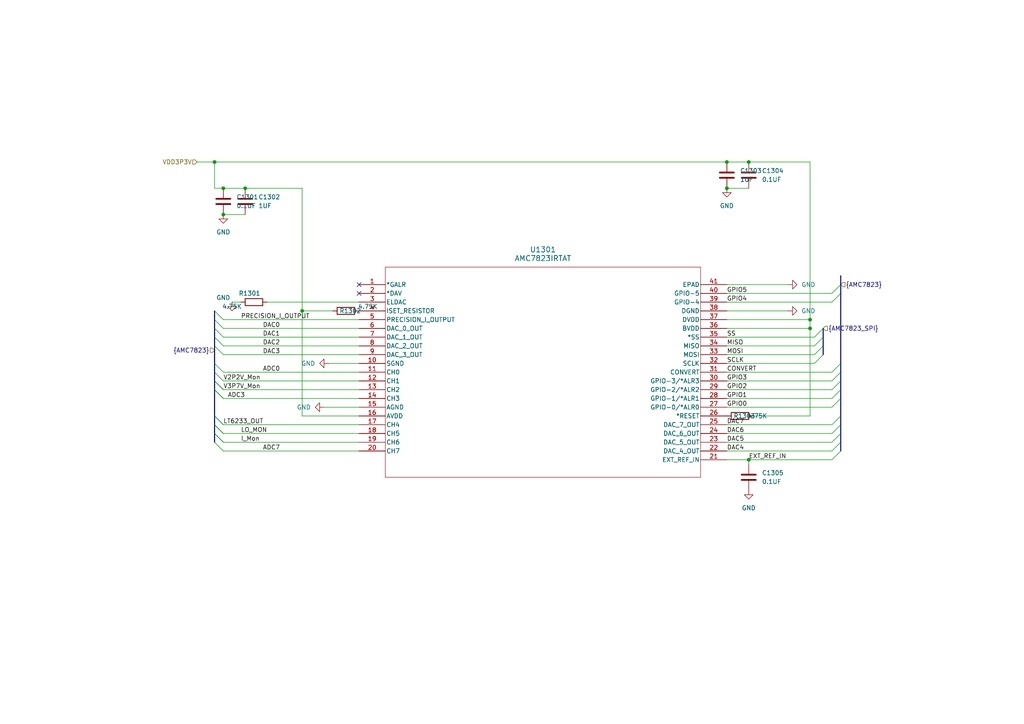
<source format=kicad_sch>
(kicad_sch (version 20231120) (generator "eeschema") (generator_version "8.0")
  (paper "A4")
  (lib_symbols
    (symbol "001_symbol:AMC7823IRTAT" (pin_names (offset 0.254))
      (property "Reference" "U" (at 53.34 10.16 0))
      (property "Value" "AMC7823IRTAT" (at 53.34 7.62 0))
      (symbol "AMC7823IRTAT_0_1"
        (polyline (pts (xy 7.62 -55.88) (xy 99.06 -55.88)) (stroke (width 0.127)))
        (polyline (pts (xy 7.62 5.08) (xy 7.62 -55.88)) (stroke (width 0.127)))
        (polyline (pts (xy 99.06 -55.88) (xy 99.06 5.08)) (stroke (width 0.127)))
        (polyline (pts (xy 99.06 5.08) (xy 7.62 5.08)) (stroke (width 0.127)))
        (pin input line (at 0 0 0) (length 7.62) (name "*GALR") (number "1"))
        (pin power_in line (at 0 -22.86 0) (length 7.62) (name "SGND") (number "10"))
        (pin input line (at 0 -25.4 0) (length 7.62) (name "CH0") (number "11"))
        (pin input line (at 0 -27.94 0) (length 7.62) (name "CH1") (number "12"))
        (pin input line (at 0 -30.48 0) (length 7.62) (name "CH2") (number "13"))
        (pin input line (at 0 -33.02 0) (length 7.62) (name "CH3") (number "14"))
        (pin power_in line (at 0 -35.56 0) (length 7.62) (name "AGND") (number "15"))
        (pin power_in line (at 0 -38.1 0) (length 7.62) (name "AVDD") (number "16"))
        (pin input line (at 0 -40.64 0) (length 7.62) (name "CH4") (number "17"))
        (pin input line (at 0 -43.18 0) (length 7.62) (name "CH5") (number "18"))
        (pin input line (at 0 -45.72 0) (length 7.62) (name "CH6") (number "19"))
        (pin unspecified line (at 0 -2.54 0) (length 7.62) (name "*DAV") (number "2"))
        (pin input line (at 0 -48.26 0) (length 7.62) (name "CH7") (number "20"))
        (pin input line (at 106.68 -50.8 180) (length 7.62) (name "EXT_REF_IN") (number "21"))
        (pin output line (at 106.68 -48.26 180) (length 7.62) (name "DAC_4_OUT") (number "22"))
        (pin output line (at 106.68 -45.72 180) (length 7.62) (name "DAC_5_OUT") (number "23"))
        (pin output line (at 106.68 -43.18 180) (length 7.62) (name "DAC_6_OUT") (number "24"))
        (pin output line (at 106.68 -40.64 180) (length 7.62) (name "DAC_7_OUT") (number "25"))
        (pin input line (at 106.68 -38.1 180) (length 7.62) (name "*RESET") (number "26"))
        (pin bidirectional line (at 106.68 -35.56 180) (length 7.62) (name "GPIO-0/*ALR0") (number "27"))
        (pin bidirectional line (at 106.68 -33.02 180) (length 7.62) (name "GPIO-1/*ALR1") (number "28"))
        (pin bidirectional line (at 106.68 -30.48 180) (length 7.62) (name "GPIO-2/*ALR2") (number "29"))
        (pin unspecified line (at 0 -5.08 0) (length 7.62) (name "ELDAC") (number "3"))
        (pin bidirectional line (at 106.68 -27.94 180) (length 7.62) (name "GPIO-3/*ALR3") (number "30"))
        (pin unspecified line (at 106.68 -25.4 180) (length 7.62) (name "CONVERT") (number "31"))
        (pin input line (at 106.68 -22.86 180) (length 7.62) (name "SCLK") (number "32"))
        (pin input line (at 106.68 -20.32 180) (length 7.62) (name "MOSI") (number "33"))
        (pin output line (at 106.68 -17.78 180) (length 7.62) (name "MISO") (number "34"))
        (pin input line (at 106.68 -15.24 180) (length 7.62) (name "*SS") (number "35"))
        (pin power_in line (at 106.68 -12.7 180) (length 7.62) (name "BVDD") (number "36"))
        (pin power_in line (at 106.68 -10.16 180) (length 7.62) (name "DVDD") (number "37"))
        (pin power_in line (at 106.68 -7.62 180) (length 7.62) (name "DGND") (number "38"))
        (pin bidirectional line (at 106.68 -5.08 180) (length 7.62) (name "GPIO-4") (number "39"))
        (pin output line (at 0 -7.62 0) (length 7.62) (name "ISET_RESISTOR") (number "4"))
        (pin bidirectional line (at 106.68 -2.54 180) (length 7.62) (name "GPIO-5") (number "40"))
        (pin power_in line (at 106.68 0 180) (length 7.62) (name "EPAD") (number "41"))
        (pin output line (at 0 -10.16 0) (length 7.62) (name "PRECISION_I_OUTPUT") (number "5"))
        (pin output line (at 0 -12.7 0) (length 7.62) (name "DAC_0_OUT") (number "6"))
        (pin output line (at 0 -15.24 0) (length 7.62) (name "DAC_1_OUT") (number "7"))
        (pin output line (at 0 -17.78 0) (length 7.62) (name "DAC_2_OUT") (number "8"))
        (pin output line (at 0 -20.32 0) (length 7.62) (name "DAC_3_OUT") (number "9"))
      )
    )
    (symbol "Device:C" (pin_numbers hide) (pin_names (offset 0.254))
      (property "Reference" "C" (at 0.635 2.54 0))
      (property "Value" "C" (at 0.635 -2.54 0))
      (symbol "C_0_1"
        (polyline (pts (xy -2.032 -0.762) (xy 2.032 -0.762)) (stroke (width 0.508)))
        (polyline (pts (xy -2.032 0.762) (xy 2.032 0.762)) (stroke (width 0.508)))
      )
      (symbol "C_1_1"
        (pin passive line (at 0 3.81 270) (length 2.794) (name "~") (number "1"))
        (pin passive line (at 0 -3.81 90) (length 2.794) (name "~") (number "2"))
      )
    )
    (symbol "Device:R" (pin_numbers hide) (pin_names (offset 0))
      (property "Reference" "R" (at 2.032 0 90))
      (property "Value" "R" (at 0 0 90))
      (symbol "R_0_1"
        (rectangle (start -1.016 -2.54) (end 1.016 2.54) (stroke (width 0.254)))
      )
      (symbol "R_1_1"
        (pin passive line (at 0 3.81 270) (length 1.27) (name "~") (number "1"))
        (pin passive line (at 0 -3.81 90) (length 1.27) (name "~") (number "2"))
      )
    )
    (symbol "power:GND" (power) (pin_numbers hide) (pin_names (offset 0) hide)
      (property "Value" "GND" (at 0 -3.81 0))
      (symbol "GND_0_1"
        (polyline (pts (xy 0 0) (xy 0 -1.27) (xy 1.27 -1.27) (xy 0 -2.54) (xy -1.27 -1.27) (xy 0 -1.27)))
      )
      (symbol "GND_1_1"
        (pin power_in line (at 0 0 270) (length 0) (name "~") (number "1"))
      )
    )
  )
  (junction (at 64.77 54.61))
  (junction (at 210.82 46.99))
  (junction (at 210.82 54.61))
  (junction (at 71.12 54.61))
  (junction (at 217.17 133.35))
  (junction (at 234.95 92.71))
  (junction (at 64.77 62.23))
  (junction (at 234.95 95.25))
  (junction (at 217.17 46.99))
  (junction (at 62.23 46.99))
  (junction (at 87.63 90.17))
  (no_connect (at 104.14 85.09))
  (no_connect (at 104.14 82.55))
  (bus_entry (at 62.23 92.71) (size 2.54 2.54))
  (bus_entry (at 243.84 110.49) (size -2.54 2.54))
  (bus_entry (at 62.23 120.65) (size 2.54 2.54))
  (bus_entry (at 243.84 128.27) (size -2.54 2.54))
  (bus_entry (at 62.23 97.79) (size 2.54 2.54))
  (bus_entry (at 62.23 113.03) (size 2.54 2.54))
  (bus_entry (at 243.84 105.41) (size -2.54 2.54))
  (bus_entry (at 62.23 125.73) (size 2.54 2.54))
  (bus_entry (at 62.23 110.49) (size 2.54 2.54))
  (bus_entry (at 62.23 125.73) (size 2.54 2.54))
  (bus_entry (at 238.76 97.79) (size -2.54 2.54))
  (bus_entry (at 62.23 100.33) (size 2.54 2.54))
  (bus_entry (at 243.84 120.65) (size -2.54 2.54))
  (bus_entry (at 243.84 125.73) (size -2.54 2.54))
  (bus_entry (at 62.23 95.25) (size 2.54 2.54))
  (bus_entry (at 243.84 85.09) (size -2.54 2.54))
  (bus_entry (at 243.84 82.55) (size -2.54 2.54))
  (bus_entry (at 243.84 107.95) (size -2.54 2.54))
  (bus_entry (at 62.23 113.03) (size 2.54 2.54))
  (bus_entry (at 243.84 113.03) (size -2.54 2.54))
  (bus_entry (at 62.23 120.65) (size 2.54 2.54))
  (bus_entry (at 238.76 95.25) (size -2.54 2.54))
  (bus_entry (at 243.84 130.81) (size -2.54 2.54))
  (bus_entry (at 62.23 110.49) (size 2.54 2.54))
  (bus_entry (at 238.76 102.87) (size -2.54 2.54))
  (bus_entry (at 62.23 123.19) (size 2.54 2.54))
  (bus_entry (at 62.23 128.27) (size 2.54 2.54))
  (bus_entry (at 238.76 100.33) (size -2.54 2.54))
  (bus_entry (at 62.23 123.19) (size 2.54 2.54))
  (bus_entry (at 243.84 123.19) (size -2.54 2.54))
  (bus_entry (at 243.84 115.57) (size -2.54 2.54))
  (bus_entry (at 62.23 105.41) (size 2.54 2.54))
  (bus_entry (at 62.23 90.17) (size 2.54 2.54))
  (bus_entry (at 62.23 107.95) (size 2.54 2.54))
  (bus (pts (xy 62.23 105.41) (xy 62.23 107.95)))
  (wire (pts (xy 64.77 100.33) (xy 104.14 100.33)))
  (bus (pts (xy 62.23 123.19) (xy 62.23 125.73)))
  (bus (pts (xy 238.76 100.33) (xy 238.76 102.87)))
  (wire (pts (xy 64.77 128.27) (xy 104.14 128.27)))
  (bus (pts (xy 62.23 97.79) (xy 62.23 100.33)))
  (wire (pts (xy 234.95 95.25) (xy 210.82 95.25)))
  (bus (pts (xy 243.84 128.27) (xy 243.84 130.81)))
  (bus (pts (xy 62.23 113.03) (xy 62.23 120.65)))
  (wire (pts (xy 234.95 92.71) (xy 234.95 95.25)))
  (wire (pts (xy 241.3 133.35) (xy 217.17 133.35)))
  (wire (pts (xy 210.82 130.81) (xy 241.3 130.81)))
  (wire (pts (xy 210.82 105.41) (xy 236.22 105.41)))
  (wire (pts (xy 210.82 46.99) (xy 217.17 46.99)))
  (wire (pts (xy 210.82 125.73) (xy 241.3 125.73)))
  (wire (pts (xy 87.63 90.17) (xy 87.63 120.65)))
  (wire (pts (xy 87.63 120.65) (xy 104.14 120.65)))
  (bus (pts (xy 62.23 125.73) (xy 62.23 128.27)))
  (bus (pts (xy 243.84 107.95) (xy 243.84 110.49)))
  (wire (pts (xy 64.77 107.95) (xy 104.14 107.95)))
  (wire (pts (xy 210.82 107.95) (xy 241.3 107.95)))
  (bus (pts (xy 62.23 92.71) (xy 62.23 95.25)))
  (wire (pts (xy 210.82 87.63) (xy 241.3 87.63)))
  (bus (pts (xy 243.84 115.57) (xy 243.84 120.65)))
  (bus (pts (xy 243.84 113.03) (xy 243.84 115.57)))
  (bus (pts (xy 243.84 123.19) (xy 243.84 125.73)))
  (wire (pts (xy 210.82 100.33) (xy 236.22 100.33)))
  (wire (pts (xy 57.15 46.99) (xy 62.23 46.99)))
  (wire (pts (xy 67.31 87.63) (xy 69.85 87.63)))
  (wire (pts (xy 210.82 123.19) (xy 241.3 123.19)))
  (bus (pts (xy 243.84 82.55) (xy 243.84 85.09)))
  (wire (pts (xy 64.77 92.71) (xy 104.14 92.71)))
  (wire (pts (xy 64.77 115.57) (xy 104.14 115.57)))
  (wire (pts (xy 62.23 54.61) (xy 64.77 54.61)))
  (wire (pts (xy 77.47 87.63) (xy 104.14 87.63)))
  (wire (pts (xy 64.77 97.79) (xy 104.14 97.79)))
  (wire (pts (xy 210.82 85.09) (xy 241.3 85.09)))
  (wire (pts (xy 210.82 102.87) (xy 236.22 102.87)))
  (bus (pts (xy 243.84 105.41) (xy 243.84 107.95)))
  (bus (pts (xy 243.84 110.49) (xy 243.84 113.03)))
  (wire (pts (xy 71.12 54.61) (xy 87.63 54.61)))
  (bus (pts (xy 62.23 100.33) (xy 62.23 105.41)))
  (bus (pts (xy 243.84 120.65) (xy 243.84 123.19)))
  (bus (pts (xy 243.84 80.01) (xy 243.84 82.55)))
  (wire (pts (xy 64.77 130.81) (xy 104.14 130.81)))
  (wire (pts (xy 87.63 90.17) (xy 96.52 90.17)))
  (bus (pts (xy 238.76 95.25) (xy 238.76 97.79)))
  (wire (pts (xy 210.82 128.27) (xy 241.3 128.27)))
  (wire (pts (xy 95.25 105.41) (xy 104.14 105.41)))
  (wire (pts (xy 62.23 46.99) (xy 62.23 54.61)))
  (bus (pts (xy 62.23 90.17) (xy 62.23 92.71)))
  (wire (pts (xy 210.82 92.71) (xy 234.95 92.71)))
  (wire (pts (xy 64.77 102.87) (xy 104.14 102.87)))
  (wire (pts (xy 64.77 123.19) (xy 104.14 123.19)))
  (wire (pts (xy 241.3 110.49) (xy 210.82 110.49)))
  (wire (pts (xy 64.77 54.61) (xy 71.12 54.61)))
  (wire (pts (xy 64.77 125.73) (xy 104.14 125.73)))
  (bus (pts (xy 243.84 125.73) (xy 243.84 128.27)))
  (wire (pts (xy 62.23 46.99) (xy 210.82 46.99)))
  (wire (pts (xy 234.95 46.99) (xy 234.95 92.71)))
  (wire (pts (xy 218.44 120.65) (xy 234.95 120.65)))
  (wire (pts (xy 64.77 95.25) (xy 104.14 95.25)))
  (wire (pts (xy 217.17 46.99) (xy 234.95 46.99)))
  (wire (pts (xy 210.82 90.17) (xy 228.6 90.17)))
  (wire (pts (xy 210.82 115.57) (xy 241.3 115.57)))
  (wire (pts (xy 210.82 113.03) (xy 241.3 113.03)))
  (wire (pts (xy 210.82 82.55) (xy 228.6 82.55)))
  (bus (pts (xy 62.23 120.65) (xy 62.23 123.19)))
  (wire (pts (xy 64.77 110.49) (xy 104.14 110.49)))
  (wire (pts (xy 234.95 120.65) (xy 234.95 95.25)))
  (wire (pts (xy 64.77 62.23) (xy 71.12 62.23)))
  (wire (pts (xy 210.82 118.11) (xy 241.3 118.11)))
  (bus (pts (xy 62.23 110.49) (xy 62.23 113.03)))
  (wire (pts (xy 210.82 54.61) (xy 217.17 54.61)))
  (bus (pts (xy 238.76 97.79) (xy 238.76 100.33)))
  (wire (pts (xy 217.17 133.35) (xy 217.17 134.62)))
  (wire (pts (xy 87.63 54.61) (xy 87.63 90.17)))
  (bus (pts (xy 62.23 95.25) (xy 62.23 97.79)))
  (wire (pts (xy 210.82 133.35) (xy 217.17 133.35)))
  (bus (pts (xy 243.84 85.09) (xy 243.84 105.41)))
  (wire (pts (xy 236.22 97.79) (xy 210.82 97.79)))
  (bus (pts (xy 62.23 107.95) (xy 62.23 110.49)))
  (wire (pts (xy 64.77 113.03) (xy 104.14 113.03)))
  (wire (pts (xy 93.98 118.11) (xy 104.14 118.11)))
  (label "DAC0" (at 76.2 95.25 0))
  (label "ADC3" (at 66.04 115.57 0))
  (label "DAC1" (at 76.2 97.79 0))
  (label "I_Mon" (at 69.85 128.27 0))
  (label "ADC7" (at 76.2 130.81 0))
  (label "GPIO0" (at 210.82 118.11 0))
  (label "GPIO3" (at 210.82 110.49 0))
  (label "SCLK" (at 210.82 105.41 0))
  (label "DAC6" (at 210.82 125.73 0))
  (label "LO_MON" (at 69.85 125.73 0))
  (label "LT6233_OUT" (at 64.77 123.19 0))
  (label "GPIO4" (at 210.82 87.63 0))
  (label "DAC7" (at 210.82 123.19 0))
  (label "DAC2" (at 76.2 100.33 0))
  (label "MISO" (at 210.82 100.33 0))
  (label "DAC5" (at 210.82 128.27 0))
  (label "GPIO1" (at 210.82 115.57 0))
  (label "GPIO5" (at 210.82 85.09 0))
  (label "DAC3" (at 76.2 102.87 0))
  (label "GPIO2" (at 210.82 113.03 0))
  (label "MOSI" (at 210.82 102.87 0))
  (label "EXT_REF_IN" (at 217.17 133.35 0))
  (label "DAC4" (at 210.82 130.81 0))
  (label "SS" (at 210.82 97.79 0))
  (label "ADC0" (at 76.2 107.95 0))
  (label "V2P2V_Mon" (at 64.77 110.49 0))
  (label "CONVERT" (at 210.82 107.95 0))
  (label "PRECISION_I_OUTPUT" (at 69.85 92.71 0))
  (label "V3P7V_Mon" (at 64.77 113.03 0))
  (hierarchical_label "{AMC7823}" (shape input) (at 243.84 82.55 0))
  (hierarchical_label "VDD3P3V" (shape input) (at 57.15 46.99 180))
  (hierarchical_label "{AMC7823}" (shape input) (at 62.23 101.6 180))
  (hierarchical_label "{AMC7823_SPI}" (shape input) (at 238.76 95.25 0))
  (symbol (lib_id "power:GND") (at 67.31 87.63 0) (unit 1)
    (property "Reference" "#PWR01302" (effects (hide yes)))
    (property "Value" "GND" (at 64.77 86.36 0))
    (property "Description" "Power symbol creates a global label with name \"GND\" , ground" (effects (hide yes)))
  )
  (symbol (lib_id "power:GND") (at 210.82 54.61 0) (unit 1)
    (property "Reference" "#PWR01305" (effects (hide yes)))
    (property "Value" "GND" (at 210.82 59.69 0))
    (property "Description" "Power symbol creates a global label with name \"GND\" , ground" (effects (hide yes)))
  )
  (symbol (lib_id "Device:C") (at 64.77 58.42 180) (unit 1)
    (property "Reference" "C1301" (at 68.58 57.1499 0) (effects (justify right)))
    (property "Value" "0.1UF" (at 68.58 59.6899 0) (effects (justify right)))
    (property "Footprint" "Capacitor_SMD:C_0402_1005Metric" (effects (hide yes)))
    (property "Description" "Unpolarized capacitor" (effects (hide yes)))
    (property "Vendor" "digikey:490-1318-1-ND" (effects (hide yes)))
  )
  (symbol (lib_id "Device:C") (at 210.82 50.8 0) (unit 1)
    (property "Reference" "C1303" (at 214.63 49.5299 0) (effects (justify left)))
    (property "Value" "1UF" (at 214.63 52.0699 0) (effects (justify left)))
    (property "Footprint" "Capacitor_SMD:C_0603_1608Metric" (effects (hide yes)))
    (property "Description" "Unpolarized capacitor" (effects (hide yes)))
    (property "Vendor" "digikey:490-3897-1-ND" (effects (hide yes)))
  )
  (symbol (lib_id "power:GND") (at 217.17 142.24 0) (unit 1)
    (property "Reference" "#PWR01306" (effects (hide yes)))
    (property "Value" "GND" (at 217.17 147.32 0))
    (property "Description" "Power symbol creates a global label with name \"GND\" , ground" (effects (hide yes)))
  )
  (symbol (lib_id "Device:R") (at 214.63 120.65 90) (unit 1)
    (property "Reference" "R1303" (at 215.9 120.65 90))
    (property "Value" "4.75K" (at 219.71 120.65 90))
    (property "Footprint" "Resistor_SMD:R_0603_1608Metric" (effects (hide yes)))
    (property "Description" "Resistor" (effects (hide yes)))
    (property "Vendor" "digikey:311-4.75KHRCT-ND" (effects (hide yes)))
  )
  (symbol (lib_id "Device:C") (at 71.12 58.42 0) (unit 1)
    (property "Reference" "C1302" (at 74.93 57.1499 0) (effects (justify left)))
    (property "Value" "1UF" (at 74.93 59.6899 0) (effects (justify left)))
    (property "Footprint" "Capacitor_SMD:C_0603_1608Metric" (effects (hide yes)))
    (property "Description" "Unpolarized capacitor" (effects (hide yes)))
    (property "Vendor" "digikey:490-3897-1-ND" (effects (hide yes)))
  )
  (symbol (lib_id "power:GND") (at 228.6 90.17 90) (mirror x) (unit 1)
    (property "Reference" "#PWR01308" (effects (hide yes)))
    (property "Value" "GND" (at 232.41 90.1699 90) (effects (justify right)))
    (property "Description" "Power symbol creates a global label with name \"GND\" , ground" (effects (hide yes)))
  )
  (symbol (lib_id "power:GND") (at 93.98 118.11 270) (unit 1)
    (property "Reference" "#PWR01303" (effects (hide yes)))
    (property "Value" "GND" (at 90.17 118.1099 90) (effects (justify right)))
    (property "Description" "Power symbol creates a global label with name \"GND\" , ground" (effects (hide yes)))
  )
  (symbol (lib_id "001_symbol:AMC7823IRTAT") (at 104.14 82.55 0) (unit 1)
    (property "Reference" "U1301" (at 157.48 72.39 0) (effects (font (size 1.524 1.524))))
    (property "Value" "AMC7823IRTAT" (at 157.48 74.93 0) (effects (font (size 1.524 1.524))))
    (property "Footprint" "001_download:RTA40_4P15X4P15_GH" (effects (hide yes)))
    (property "Datasheet" "AMC7823IRTAT" (effects (hide yes)))
    (property "Vendor" "digikey:296-18680-1-ND" (effects (hide yes)))
  )
  (symbol (lib_id "power:GND") (at 64.77 62.23 0) (unit 1)
    (property "Reference" "#PWR01301" (effects (hide yes)))
    (property "Value" "GND" (at 64.77 67.31 0))
    (property "Description" "Power symbol creates a global label with name \"GND\" , ground" (effects (hide yes)))
  )
  (symbol (lib_id "Device:R") (at 73.66 87.63 90) (unit 1)
    (property "Reference" "R1301" (at 72.39 85.09 90))
    (property "Value" "4.75K" (at 67.31 88.9 90))
    (property "Footprint" "Resistor_SMD:R_0603_1608Metric" (effects (hide yes)))
    (property "Description" "Resistor" (effects (hide yes)))
    (property "Vendor" "digikey:311-4.75KHRCT-ND" (effects (hide yes)))
  )
  (symbol (lib_id "Device:C") (at 217.17 138.43 180) (unit 1)
    (property "Reference" "C1305" (at 220.98 137.1599 0) (effects (justify right)))
    (property "Value" "0.1UF" (at 220.98 139.6999 0) (effects (justify right)))
    (property "Footprint" "Capacitor_SMD:C_0402_1005Metric" (effects (hide yes)))
    (property "Description" "Unpolarized capacitor" (effects (hide yes)))
    (property "Vendor" "digikey:490-1318-1-ND" (effects (hide yes)))
  )
  (symbol (lib_id "Device:C") (at 217.17 50.8 0) (unit 1)
    (property "Reference" "C1304" (at 220.98 49.5299 0) (effects (justify left)))
    (property "Value" "0.1UF" (at 220.98 52.0699 0) (effects (justify left)))
    (property "Footprint" "Capacitor_SMD:C_0402_1005Metric" (effects (hide yes)))
    (property "Description" "Unpolarized capacitor" (effects (hide yes)))
    (property "Vendor" "digikey:490-1318-1-ND" (effects (hide yes)))
  )
  (symbol (lib_id "Device:R") (at 100.33 90.17 270) (unit 1)
    (property "Reference" "R1302" (at 101.6 90.17 90))
    (property "Value" "4.75K" (at 106.68 88.9 90))
    (property "Footprint" "Resistor_SMD:R_0603_1608Metric" (effects (hide yes)))
    (property "Description" "Resistor" (effects (hide yes)))
    (property "Vendor" "digikey:311-4.75KHRCT-ND" (effects (hide yes)))
  )
  (symbol (lib_id "power:GND") (at 95.25 105.41 270) (unit 1)
    (property "Reference" "#PWR01304" (effects (hide yes)))
    (property "Value" "GND" (at 91.44 105.4099 90) (effects (justify right)))
    (property "Description" "Power symbol creates a global label with name \"GND\" , ground" (effects (hide yes)))
  )
  (symbol (lib_id "power:GND") (at 228.6 82.55 90) (mirror x) (unit 1)
    (property "Reference" "#PWR01307" (effects (hide yes)))
    (property "Value" "GND" (at 232.41 82.5499 90) (effects (justify right)))
    (property "Description" "Power symbol creates a global label with name \"GND\" , ground" (effects (hide yes)))
  )
)
</source>
